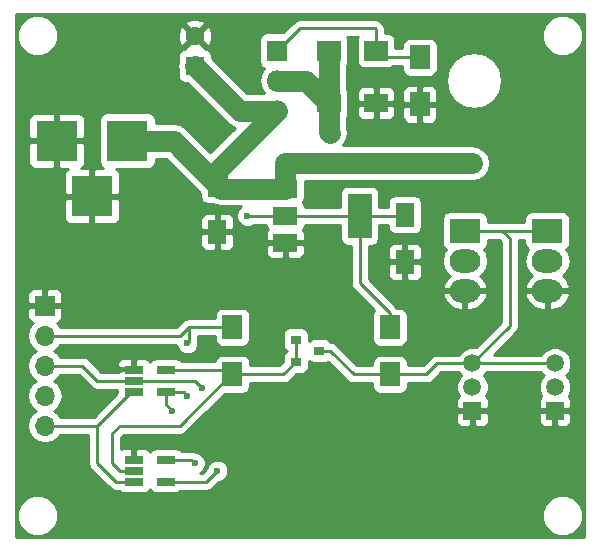
<source format=gbr>
G04 #@! TF.FileFunction,Copper,L2,Bot,Signal*
%FSLAX46Y46*%
G04 Gerber Fmt 4.6, Leading zero omitted, Abs format (unit mm)*
G04 Created by KiCad (PCBNEW 4.0.7) date Monday, March 05, 2018 'PMt' 09:34:27 PM*
%MOMM*%
%LPD*%
G01*
G04 APERTURE LIST*
%ADD10C,0.100000*%
%ADD11R,1.600000X2.000000*%
%ADD12R,1.600000X1.600000*%
%ADD13C,1.600000*%
%ADD14R,2.000000X1.600000*%
%ADD15R,3.500000X3.500000*%
%ADD16R,2.000000X1.700000*%
%ADD17R,1.700000X2.000000*%
%ADD18R,1.800000X1.800000*%
%ADD19O,1.800000X1.800000*%
%ADD20R,1.500000X1.500000*%
%ADD21C,1.500000*%
%ADD22R,2.600000X2.000000*%
%ADD23O,2.600000X2.000000*%
%ADD24R,2.000000X3.800000*%
%ADD25R,2.000000X1.500000*%
%ADD26R,1.700000X1.700000*%
%ADD27O,1.700000X1.700000*%
%ADD28R,1.560000X0.650000*%
%ADD29R,0.900000X0.800000*%
%ADD30C,0.600000*%
%ADD31C,0.250000*%
%ADD32C,1.750000*%
%ADD33C,0.254000*%
G04 APERTURE END LIST*
D10*
D11*
X68580000Y-29115000D03*
X68580000Y-33115000D03*
D12*
X66675000Y-19050000D03*
D13*
X66675000Y-16550000D03*
D11*
X84455000Y-31655000D03*
X84455000Y-35655000D03*
D14*
X78010000Y-22225000D03*
X82010000Y-22225000D03*
D15*
X60960000Y-25400000D03*
X54960000Y-25400000D03*
X57960000Y-30100000D03*
D16*
X78010000Y-17780000D03*
X82010000Y-17780000D03*
D17*
X85725000Y-18320000D03*
X85725000Y-22320000D03*
X83185000Y-41180000D03*
X83185000Y-45180000D03*
X69850000Y-41180000D03*
X69850000Y-45180000D03*
D18*
X73660000Y-17780000D03*
D19*
X73660000Y-20320000D03*
X73660000Y-22860000D03*
D20*
X97155000Y-48260000D03*
D21*
X97155000Y-46260000D03*
X97155000Y-44260000D03*
D22*
X96520000Y-33020000D03*
D23*
X96520000Y-35560000D03*
X96520000Y-38100000D03*
D24*
X80620000Y-31750000D03*
D25*
X74320000Y-31750000D03*
X74320000Y-29450000D03*
X74320000Y-34050000D03*
D26*
X53975000Y-39370000D03*
D27*
X53975000Y-41910000D03*
X53975000Y-44450000D03*
X53975000Y-46990000D03*
X53975000Y-49530000D03*
D20*
X90170000Y-48260000D03*
D21*
X90170000Y-46260000D03*
X90170000Y-44260000D03*
D22*
X89535000Y-33020000D03*
D23*
X89535000Y-35560000D03*
X89535000Y-38100000D03*
D28*
X61515000Y-54290000D03*
X61515000Y-53340000D03*
X61515000Y-52390000D03*
X64215000Y-52390000D03*
X64215000Y-54290000D03*
X61515000Y-46670000D03*
X61515000Y-45720000D03*
X61515000Y-44770000D03*
X64215000Y-44770000D03*
X64215000Y-46670000D03*
D29*
X75200000Y-44130000D03*
X75200000Y-42230000D03*
X77200000Y-43180000D03*
D30*
X56515000Y-45720000D03*
X56515000Y-48260000D03*
X60960000Y-50800000D03*
X57785000Y-43180000D03*
X71120000Y-31750000D03*
X78105000Y-24765000D03*
X66675000Y-52705000D03*
X67310000Y-46355000D03*
X90170000Y-27305000D03*
X66040000Y-42545000D03*
X66040000Y-46990000D03*
X64770000Y-48260000D03*
X68580000Y-53340000D03*
D31*
X61515000Y-52390000D02*
X61515000Y-51355000D01*
X56515000Y-48260000D02*
X56515000Y-45720000D01*
X61515000Y-51355000D02*
X60960000Y-50800000D01*
X61515000Y-44770000D02*
X59375000Y-44770000D01*
X59375000Y-44770000D02*
X57785000Y-43180000D01*
X83185000Y-41180000D02*
X83185000Y-40005000D01*
X80620000Y-37440000D02*
X80620000Y-31750000D01*
X83185000Y-40005000D02*
X80620000Y-37440000D01*
X74320000Y-31750000D02*
X80620000Y-31750000D01*
X80620000Y-31750000D02*
X84360000Y-31750000D01*
X84360000Y-31750000D02*
X84455000Y-31655000D01*
X71120000Y-31750000D02*
X74320000Y-31750000D01*
D32*
X78010000Y-22225000D02*
X78010000Y-17780000D01*
X78010000Y-22225000D02*
X78010000Y-24670000D01*
X78010000Y-24670000D02*
X78105000Y-24765000D01*
X73660000Y-20320000D02*
X76105000Y-20320000D01*
X76105000Y-20320000D02*
X78010000Y-22225000D01*
D31*
X64215000Y-52390000D02*
X66360000Y-52390000D01*
X66360000Y-52390000D02*
X66675000Y-52705000D01*
X61515000Y-45720000D02*
X66675000Y-45720000D01*
X66675000Y-45720000D02*
X67310000Y-46355000D01*
X61515000Y-45720000D02*
X58420000Y-45720000D01*
X57150000Y-44450000D02*
X53975000Y-44450000D01*
X58420000Y-45720000D02*
X57150000Y-44450000D01*
X53975000Y-49530000D02*
X58420000Y-49530000D01*
X58420000Y-49530000D02*
X58420000Y-52705000D01*
X60005000Y-54290000D02*
X61515000Y-54290000D01*
X58420000Y-52705000D02*
X60005000Y-54290000D01*
X58420000Y-49530000D02*
X61280000Y-46670000D01*
X61280000Y-46670000D02*
X61515000Y-46670000D01*
X90170000Y-44260000D02*
X97155000Y-44260000D01*
X89535000Y-33020000D02*
X92710000Y-33020000D01*
X93345000Y-41085000D02*
X90170000Y-44260000D01*
X93345000Y-33655000D02*
X93345000Y-41085000D01*
X92710000Y-33020000D02*
X93345000Y-33655000D01*
X89535000Y-33020000D02*
X96520000Y-33020000D01*
X90170000Y-44260000D02*
X87185000Y-44260000D01*
X87185000Y-44260000D02*
X86265000Y-45180000D01*
X86265000Y-45180000D02*
X83185000Y-45180000D01*
X77200000Y-43180000D02*
X78105000Y-43180000D01*
X80105000Y-45180000D02*
X83185000Y-45180000D01*
X78105000Y-43180000D02*
X80105000Y-45180000D01*
D32*
X74320000Y-27330000D02*
X74320000Y-29450000D01*
X74295000Y-27305000D02*
X74320000Y-27330000D01*
X90170000Y-27305000D02*
X74295000Y-27305000D01*
X73660000Y-22860000D02*
X70485000Y-22860000D01*
X70485000Y-22860000D02*
X66675000Y-19050000D01*
X68580000Y-29115000D02*
X68580000Y-27940000D01*
X68580000Y-27940000D02*
X73660000Y-22860000D01*
X60960000Y-25400000D02*
X64865000Y-25400000D01*
X64865000Y-25400000D02*
X68580000Y-29115000D01*
X74320000Y-29450000D02*
X68915000Y-29450000D01*
X68915000Y-29450000D02*
X68580000Y-29115000D01*
D31*
X64215000Y-46670000D02*
X65720000Y-46670000D01*
X66135000Y-42450000D02*
X66135000Y-41180000D01*
X66040000Y-42545000D02*
X66135000Y-42450000D01*
X65720000Y-46670000D02*
X66040000Y-46990000D01*
X64215000Y-47705000D02*
X64215000Y-46670000D01*
X64770000Y-48260000D02*
X64215000Y-47705000D01*
X64215000Y-54290000D02*
X67630000Y-54290000D01*
X67630000Y-54290000D02*
X68580000Y-53340000D01*
X53975000Y-41910000D02*
X65405000Y-41910000D01*
X65405000Y-41910000D02*
X66135000Y-41180000D01*
X66135000Y-41180000D02*
X69850000Y-41180000D01*
X82010000Y-17780000D02*
X82010000Y-15970000D01*
X75565000Y-15875000D02*
X73660000Y-17780000D01*
X81915000Y-15875000D02*
X75565000Y-15875000D01*
X82010000Y-15970000D02*
X81915000Y-15875000D01*
X85725000Y-18320000D02*
X82550000Y-18320000D01*
X82550000Y-18320000D02*
X82010000Y-17780000D01*
X75200000Y-42230000D02*
X75200000Y-44130000D01*
X75200000Y-44130000D02*
X74150000Y-45180000D01*
X74150000Y-45180000D02*
X69850000Y-45180000D01*
X64215000Y-44770000D02*
X69440000Y-44770000D01*
X69440000Y-44770000D02*
X69850000Y-45180000D01*
X61515000Y-53340000D02*
X60325000Y-53340000D01*
X65405000Y-49530000D02*
X69755000Y-45180000D01*
X60325000Y-49530000D02*
X65405000Y-49530000D01*
X59690000Y-50165000D02*
X60325000Y-49530000D01*
X59690000Y-52705000D02*
X59690000Y-50165000D01*
X60325000Y-53340000D02*
X59690000Y-52705000D01*
X69755000Y-45180000D02*
X69850000Y-45180000D01*
D33*
G36*
X99620000Y-58980000D02*
X51510000Y-58980000D01*
X51510000Y-57493599D01*
X51604699Y-57493599D01*
X51868281Y-58131515D01*
X52355918Y-58620004D01*
X52993373Y-58884699D01*
X53683599Y-58885301D01*
X54321515Y-58621719D01*
X54810004Y-58134082D01*
X55074699Y-57496627D01*
X55074701Y-57493599D01*
X96054699Y-57493599D01*
X96318281Y-58131515D01*
X96805918Y-58620004D01*
X97443373Y-58884699D01*
X98133599Y-58885301D01*
X98771515Y-58621719D01*
X99260004Y-58134082D01*
X99524699Y-57496627D01*
X99525301Y-56806401D01*
X99261719Y-56168485D01*
X98774082Y-55679996D01*
X98136627Y-55415301D01*
X97446401Y-55414699D01*
X96808485Y-55678281D01*
X96319996Y-56165918D01*
X96055301Y-56803373D01*
X96054699Y-57493599D01*
X55074701Y-57493599D01*
X55075301Y-56806401D01*
X54811719Y-56168485D01*
X54324082Y-55679996D01*
X53686627Y-55415301D01*
X52996401Y-55414699D01*
X52358485Y-55678281D01*
X51869996Y-56165918D01*
X51605301Y-56803373D01*
X51604699Y-57493599D01*
X51510000Y-57493599D01*
X51510000Y-41910000D01*
X52460907Y-41910000D01*
X52573946Y-42478285D01*
X52895853Y-42960054D01*
X53225026Y-43180000D01*
X52895853Y-43399946D01*
X52573946Y-43881715D01*
X52460907Y-44450000D01*
X52573946Y-45018285D01*
X52895853Y-45500054D01*
X53225026Y-45720000D01*
X52895853Y-45939946D01*
X52573946Y-46421715D01*
X52460907Y-46990000D01*
X52573946Y-47558285D01*
X52895853Y-48040054D01*
X53225026Y-48260000D01*
X52895853Y-48479946D01*
X52573946Y-48961715D01*
X52460907Y-49530000D01*
X52573946Y-50098285D01*
X52895853Y-50580054D01*
X53377622Y-50901961D01*
X53945907Y-51015000D01*
X54004093Y-51015000D01*
X54572378Y-50901961D01*
X55054147Y-50580054D01*
X55247954Y-50290000D01*
X57660000Y-50290000D01*
X57660000Y-52705000D01*
X57717852Y-52995839D01*
X57882599Y-53242401D01*
X59467598Y-54827401D01*
X59632345Y-54937480D01*
X59714161Y-54992148D01*
X60005000Y-55050000D01*
X60260331Y-55050000D01*
X60270910Y-55066441D01*
X60483110Y-55211431D01*
X60735000Y-55262440D01*
X62295000Y-55262440D01*
X62530317Y-55218162D01*
X62746441Y-55079090D01*
X62866233Y-54903768D01*
X62970910Y-55066441D01*
X63183110Y-55211431D01*
X63435000Y-55262440D01*
X64995000Y-55262440D01*
X65230317Y-55218162D01*
X65446441Y-55079090D01*
X65466317Y-55050000D01*
X67630000Y-55050000D01*
X67920839Y-54992148D01*
X68167401Y-54827401D01*
X68719680Y-54275122D01*
X68765167Y-54275162D01*
X69108943Y-54133117D01*
X69372192Y-53870327D01*
X69514838Y-53526799D01*
X69515162Y-53154833D01*
X69373117Y-52811057D01*
X69110327Y-52547808D01*
X68766799Y-52405162D01*
X68394833Y-52404838D01*
X68051057Y-52546883D01*
X67787808Y-52809673D01*
X67645162Y-53153201D01*
X67645121Y-53200077D01*
X67315198Y-53530000D01*
X67126780Y-53530000D01*
X67203943Y-53498117D01*
X67467192Y-53235327D01*
X67609838Y-52891799D01*
X67610162Y-52519833D01*
X67468117Y-52176057D01*
X67205327Y-51912808D01*
X66861799Y-51770162D01*
X66773910Y-51770085D01*
X66650839Y-51687852D01*
X66360000Y-51630000D01*
X65469669Y-51630000D01*
X65459090Y-51613559D01*
X65246890Y-51468569D01*
X64995000Y-51417560D01*
X63435000Y-51417560D01*
X63199683Y-51461838D01*
X62983559Y-51600910D01*
X62863107Y-51777197D01*
X62833327Y-51705301D01*
X62654698Y-51526673D01*
X62421309Y-51430000D01*
X61800750Y-51430000D01*
X61642000Y-51588750D01*
X61642000Y-52263000D01*
X61662000Y-52263000D01*
X61662000Y-52367560D01*
X61368000Y-52367560D01*
X61368000Y-52263000D01*
X61388000Y-52263000D01*
X61388000Y-51588750D01*
X61229250Y-51430000D01*
X60608691Y-51430000D01*
X60450000Y-51495732D01*
X60450000Y-50479802D01*
X60639802Y-50290000D01*
X65405000Y-50290000D01*
X65695839Y-50232148D01*
X65942401Y-50067401D01*
X67464052Y-48545750D01*
X88785000Y-48545750D01*
X88785000Y-49136309D01*
X88881673Y-49369698D01*
X89060301Y-49548327D01*
X89293690Y-49645000D01*
X89884250Y-49645000D01*
X90043000Y-49486250D01*
X90043000Y-48387000D01*
X90297000Y-48387000D01*
X90297000Y-49486250D01*
X90455750Y-49645000D01*
X91046310Y-49645000D01*
X91279699Y-49548327D01*
X91458327Y-49369698D01*
X91555000Y-49136309D01*
X91555000Y-48545750D01*
X95770000Y-48545750D01*
X95770000Y-49136309D01*
X95866673Y-49369698D01*
X96045301Y-49548327D01*
X96278690Y-49645000D01*
X96869250Y-49645000D01*
X97028000Y-49486250D01*
X97028000Y-48387000D01*
X97282000Y-48387000D01*
X97282000Y-49486250D01*
X97440750Y-49645000D01*
X98031310Y-49645000D01*
X98264699Y-49548327D01*
X98443327Y-49369698D01*
X98540000Y-49136309D01*
X98540000Y-48545750D01*
X98381250Y-48387000D01*
X97282000Y-48387000D01*
X97028000Y-48387000D01*
X95928750Y-48387000D01*
X95770000Y-48545750D01*
X91555000Y-48545750D01*
X91396250Y-48387000D01*
X90297000Y-48387000D01*
X90043000Y-48387000D01*
X88943750Y-48387000D01*
X88785000Y-48545750D01*
X67464052Y-48545750D01*
X69182362Y-46827440D01*
X70700000Y-46827440D01*
X70935317Y-46783162D01*
X71151441Y-46644090D01*
X71296431Y-46431890D01*
X71347440Y-46180000D01*
X71347440Y-45940000D01*
X74150000Y-45940000D01*
X74440839Y-45882148D01*
X74687401Y-45717401D01*
X75227362Y-45177440D01*
X75650000Y-45177440D01*
X75885317Y-45133162D01*
X76101441Y-44994090D01*
X76246431Y-44781890D01*
X76297440Y-44530000D01*
X76297440Y-44039319D01*
X76498110Y-44176431D01*
X76750000Y-44227440D01*
X77650000Y-44227440D01*
X77885317Y-44183162D01*
X77975396Y-44125198D01*
X79567599Y-45717401D01*
X79814161Y-45882148D01*
X80105000Y-45940000D01*
X81687560Y-45940000D01*
X81687560Y-46180000D01*
X81731838Y-46415317D01*
X81870910Y-46631441D01*
X82083110Y-46776431D01*
X82335000Y-46827440D01*
X84035000Y-46827440D01*
X84270317Y-46783162D01*
X84486441Y-46644090D01*
X84631431Y-46431890D01*
X84682440Y-46180000D01*
X84682440Y-45940000D01*
X86265000Y-45940000D01*
X86555839Y-45882148D01*
X86802401Y-45717401D01*
X87499802Y-45020000D01*
X88985453Y-45020000D01*
X88995169Y-45043515D01*
X89211313Y-45260036D01*
X88996539Y-45474436D01*
X88785241Y-45983298D01*
X88784760Y-46534285D01*
X88993207Y-47038767D01*
X88881673Y-47150302D01*
X88785000Y-47383691D01*
X88785000Y-47974250D01*
X88943750Y-48133000D01*
X90043000Y-48133000D01*
X90043000Y-48113000D01*
X90297000Y-48113000D01*
X90297000Y-48133000D01*
X91396250Y-48133000D01*
X91555000Y-47974250D01*
X91555000Y-47383691D01*
X91458327Y-47150302D01*
X91346433Y-47038407D01*
X91554759Y-46536702D01*
X91555240Y-45985715D01*
X91344831Y-45476485D01*
X91128687Y-45259964D01*
X91343461Y-45045564D01*
X91354076Y-45020000D01*
X95970453Y-45020000D01*
X95980169Y-45043515D01*
X96196313Y-45260036D01*
X95981539Y-45474436D01*
X95770241Y-45983298D01*
X95769760Y-46534285D01*
X95978207Y-47038767D01*
X95866673Y-47150302D01*
X95770000Y-47383691D01*
X95770000Y-47974250D01*
X95928750Y-48133000D01*
X97028000Y-48133000D01*
X97028000Y-48113000D01*
X97282000Y-48113000D01*
X97282000Y-48133000D01*
X98381250Y-48133000D01*
X98540000Y-47974250D01*
X98540000Y-47383691D01*
X98443327Y-47150302D01*
X98331433Y-47038407D01*
X98539759Y-46536702D01*
X98540240Y-45985715D01*
X98329831Y-45476485D01*
X98113687Y-45259964D01*
X98328461Y-45045564D01*
X98539759Y-44536702D01*
X98540240Y-43985715D01*
X98329831Y-43476485D01*
X97940564Y-43086539D01*
X97431702Y-42875241D01*
X96880715Y-42874760D01*
X96371485Y-43085169D01*
X95981539Y-43474436D01*
X95970924Y-43500000D01*
X92004802Y-43500000D01*
X93882401Y-41622401D01*
X94047148Y-41375839D01*
X94105000Y-41085000D01*
X94105000Y-38480434D01*
X94629876Y-38480434D01*
X94660856Y-38608355D01*
X94974078Y-39166317D01*
X95476980Y-39561942D01*
X96093000Y-39735000D01*
X96393000Y-39735000D01*
X96393000Y-38227000D01*
X96647000Y-38227000D01*
X96647000Y-39735000D01*
X96947000Y-39735000D01*
X97563020Y-39561942D01*
X98065922Y-39166317D01*
X98379144Y-38608355D01*
X98410124Y-38480434D01*
X98290777Y-38227000D01*
X96647000Y-38227000D01*
X96393000Y-38227000D01*
X94749223Y-38227000D01*
X94629876Y-38480434D01*
X94105000Y-38480434D01*
X94105000Y-33780000D01*
X94572560Y-33780000D01*
X94572560Y-34020000D01*
X94616838Y-34255317D01*
X94755910Y-34471441D01*
X94910329Y-34576951D01*
X94671548Y-34934313D01*
X94547091Y-35560000D01*
X94671548Y-36185687D01*
X95025971Y-36716120D01*
X95216188Y-36843219D01*
X94974078Y-37033683D01*
X94660856Y-37591645D01*
X94629876Y-37719566D01*
X94749223Y-37973000D01*
X96393000Y-37973000D01*
X96393000Y-37953000D01*
X96647000Y-37953000D01*
X96647000Y-37973000D01*
X98290777Y-37973000D01*
X98410124Y-37719566D01*
X98379144Y-37591645D01*
X98065922Y-37033683D01*
X97823812Y-36843219D01*
X98014029Y-36716120D01*
X98368452Y-36185687D01*
X98492909Y-35560000D01*
X98368452Y-34934313D01*
X98128907Y-34575808D01*
X98271441Y-34484090D01*
X98416431Y-34271890D01*
X98467440Y-34020000D01*
X98467440Y-32020000D01*
X98423162Y-31784683D01*
X98284090Y-31568559D01*
X98071890Y-31423569D01*
X97820000Y-31372560D01*
X95220000Y-31372560D01*
X94984683Y-31416838D01*
X94768559Y-31555910D01*
X94623569Y-31768110D01*
X94572560Y-32020000D01*
X94572560Y-32260000D01*
X91482440Y-32260000D01*
X91482440Y-32020000D01*
X91438162Y-31784683D01*
X91299090Y-31568559D01*
X91086890Y-31423569D01*
X90835000Y-31372560D01*
X88235000Y-31372560D01*
X87999683Y-31416838D01*
X87783559Y-31555910D01*
X87638569Y-31768110D01*
X87587560Y-32020000D01*
X87587560Y-34020000D01*
X87631838Y-34255317D01*
X87770910Y-34471441D01*
X87925329Y-34576951D01*
X87686548Y-34934313D01*
X87562091Y-35560000D01*
X87686548Y-36185687D01*
X88040971Y-36716120D01*
X88231188Y-36843219D01*
X87989078Y-37033683D01*
X87675856Y-37591645D01*
X87644876Y-37719566D01*
X87764223Y-37973000D01*
X89408000Y-37973000D01*
X89408000Y-37953000D01*
X89662000Y-37953000D01*
X89662000Y-37973000D01*
X91305777Y-37973000D01*
X91425124Y-37719566D01*
X91394144Y-37591645D01*
X91080922Y-37033683D01*
X90838812Y-36843219D01*
X91029029Y-36716120D01*
X91383452Y-36185687D01*
X91507909Y-35560000D01*
X91383452Y-34934313D01*
X91143907Y-34575808D01*
X91286441Y-34484090D01*
X91431431Y-34271890D01*
X91482440Y-34020000D01*
X91482440Y-33780000D01*
X92395198Y-33780000D01*
X92585000Y-33969802D01*
X92585000Y-40770198D01*
X90470200Y-42884998D01*
X90446702Y-42875241D01*
X89895715Y-42874760D01*
X89386485Y-43085169D01*
X88996539Y-43474436D01*
X88985924Y-43500000D01*
X87185000Y-43500000D01*
X86942414Y-43548254D01*
X86894160Y-43557852D01*
X86647599Y-43722599D01*
X85950198Y-44420000D01*
X84682440Y-44420000D01*
X84682440Y-44180000D01*
X84638162Y-43944683D01*
X84499090Y-43728559D01*
X84286890Y-43583569D01*
X84035000Y-43532560D01*
X82335000Y-43532560D01*
X82099683Y-43576838D01*
X81883559Y-43715910D01*
X81738569Y-43928110D01*
X81687560Y-44180000D01*
X81687560Y-44420000D01*
X80419802Y-44420000D01*
X78642401Y-42642599D01*
X78395839Y-42477852D01*
X78182902Y-42435496D01*
X78114090Y-42328559D01*
X77901890Y-42183569D01*
X77650000Y-42132560D01*
X76750000Y-42132560D01*
X76514683Y-42176838D01*
X76298559Y-42315910D01*
X76297440Y-42317548D01*
X76297440Y-41830000D01*
X76253162Y-41594683D01*
X76114090Y-41378559D01*
X75901890Y-41233569D01*
X75650000Y-41182560D01*
X74750000Y-41182560D01*
X74514683Y-41226838D01*
X74298559Y-41365910D01*
X74153569Y-41578110D01*
X74102560Y-41830000D01*
X74102560Y-42630000D01*
X74146838Y-42865317D01*
X74285910Y-43081441D01*
X74431083Y-43180633D01*
X74298559Y-43265910D01*
X74153569Y-43478110D01*
X74102560Y-43730000D01*
X74102560Y-44152638D01*
X73835198Y-44420000D01*
X71347440Y-44420000D01*
X71347440Y-44180000D01*
X71303162Y-43944683D01*
X71164090Y-43728559D01*
X70951890Y-43583569D01*
X70700000Y-43532560D01*
X69000000Y-43532560D01*
X68764683Y-43576838D01*
X68548559Y-43715910D01*
X68403569Y-43928110D01*
X68386986Y-44010000D01*
X65469669Y-44010000D01*
X65459090Y-43993559D01*
X65246890Y-43848569D01*
X64995000Y-43797560D01*
X63435000Y-43797560D01*
X63199683Y-43841838D01*
X62983559Y-43980910D01*
X62863107Y-44157197D01*
X62833327Y-44085301D01*
X62654698Y-43906673D01*
X62421309Y-43810000D01*
X61800750Y-43810000D01*
X61642000Y-43968750D01*
X61642000Y-44643000D01*
X61662000Y-44643000D01*
X61662000Y-44747560D01*
X60735000Y-44747560D01*
X60499683Y-44791838D01*
X60336257Y-44897000D01*
X60258750Y-44897000D01*
X60195750Y-44960000D01*
X58734802Y-44960000D01*
X58093492Y-44318690D01*
X60100000Y-44318690D01*
X60100000Y-44484250D01*
X60258750Y-44643000D01*
X61388000Y-44643000D01*
X61388000Y-43968750D01*
X61229250Y-43810000D01*
X60608691Y-43810000D01*
X60375302Y-43906673D01*
X60196673Y-44085301D01*
X60100000Y-44318690D01*
X58093492Y-44318690D01*
X57687401Y-43912599D01*
X57440839Y-43747852D01*
X57150000Y-43690000D01*
X55247954Y-43690000D01*
X55054147Y-43399946D01*
X54724974Y-43180000D01*
X55054147Y-42960054D01*
X55247954Y-42670000D01*
X65104890Y-42670000D01*
X65104838Y-42730167D01*
X65246883Y-43073943D01*
X65509673Y-43337192D01*
X65853201Y-43479838D01*
X66225167Y-43480162D01*
X66568943Y-43338117D01*
X66832192Y-43075327D01*
X66974838Y-42731799D01*
X66975162Y-42359833D01*
X66895000Y-42165826D01*
X66895000Y-41940000D01*
X68352560Y-41940000D01*
X68352560Y-42180000D01*
X68396838Y-42415317D01*
X68535910Y-42631441D01*
X68748110Y-42776431D01*
X69000000Y-42827440D01*
X70700000Y-42827440D01*
X70935317Y-42783162D01*
X71151441Y-42644090D01*
X71296431Y-42431890D01*
X71347440Y-42180000D01*
X71347440Y-40180000D01*
X71303162Y-39944683D01*
X71164090Y-39728559D01*
X70951890Y-39583569D01*
X70700000Y-39532560D01*
X69000000Y-39532560D01*
X68764683Y-39576838D01*
X68548559Y-39715910D01*
X68403569Y-39928110D01*
X68352560Y-40180000D01*
X68352560Y-40420000D01*
X66135000Y-40420000D01*
X65844161Y-40477852D01*
X65597599Y-40642599D01*
X65090198Y-41150000D01*
X55247954Y-41150000D01*
X55054147Y-40859946D01*
X55010223Y-40830597D01*
X55184698Y-40758327D01*
X55363327Y-40579699D01*
X55460000Y-40346310D01*
X55460000Y-39655750D01*
X55301250Y-39497000D01*
X54102000Y-39497000D01*
X54102000Y-39517000D01*
X53848000Y-39517000D01*
X53848000Y-39497000D01*
X52648750Y-39497000D01*
X52490000Y-39655750D01*
X52490000Y-40346310D01*
X52586673Y-40579699D01*
X52765302Y-40758327D01*
X52939777Y-40830597D01*
X52895853Y-40859946D01*
X52573946Y-41341715D01*
X52460907Y-41910000D01*
X51510000Y-41910000D01*
X51510000Y-38393690D01*
X52490000Y-38393690D01*
X52490000Y-39084250D01*
X52648750Y-39243000D01*
X53848000Y-39243000D01*
X53848000Y-38043750D01*
X54102000Y-38043750D01*
X54102000Y-39243000D01*
X55301250Y-39243000D01*
X55460000Y-39084250D01*
X55460000Y-38393690D01*
X55363327Y-38160301D01*
X55184698Y-37981673D01*
X54951309Y-37885000D01*
X54260750Y-37885000D01*
X54102000Y-38043750D01*
X53848000Y-38043750D01*
X53689250Y-37885000D01*
X52998691Y-37885000D01*
X52765302Y-37981673D01*
X52586673Y-38160301D01*
X52490000Y-38393690D01*
X51510000Y-38393690D01*
X51510000Y-33400750D01*
X67145000Y-33400750D01*
X67145000Y-34241309D01*
X67241673Y-34474698D01*
X67420301Y-34653327D01*
X67653690Y-34750000D01*
X68294250Y-34750000D01*
X68453000Y-34591250D01*
X68453000Y-33242000D01*
X68707000Y-33242000D01*
X68707000Y-34591250D01*
X68865750Y-34750000D01*
X69506310Y-34750000D01*
X69739699Y-34653327D01*
X69918327Y-34474698D01*
X69975881Y-34335750D01*
X72685000Y-34335750D01*
X72685000Y-34926310D01*
X72781673Y-35159699D01*
X72960302Y-35338327D01*
X73193691Y-35435000D01*
X74034250Y-35435000D01*
X74193000Y-35276250D01*
X74193000Y-34177000D01*
X74447000Y-34177000D01*
X74447000Y-35276250D01*
X74605750Y-35435000D01*
X75446309Y-35435000D01*
X75679698Y-35338327D01*
X75858327Y-35159699D01*
X75955000Y-34926310D01*
X75955000Y-34335750D01*
X75796250Y-34177000D01*
X74447000Y-34177000D01*
X74193000Y-34177000D01*
X72843750Y-34177000D01*
X72685000Y-34335750D01*
X69975881Y-34335750D01*
X70015000Y-34241309D01*
X70015000Y-33400750D01*
X69856250Y-33242000D01*
X68707000Y-33242000D01*
X68453000Y-33242000D01*
X67303750Y-33242000D01*
X67145000Y-33400750D01*
X51510000Y-33400750D01*
X51510000Y-30385750D01*
X55575000Y-30385750D01*
X55575000Y-31976310D01*
X55671673Y-32209699D01*
X55850302Y-32388327D01*
X56083691Y-32485000D01*
X57674250Y-32485000D01*
X57833000Y-32326250D01*
X57833000Y-30227000D01*
X58087000Y-30227000D01*
X58087000Y-32326250D01*
X58245750Y-32485000D01*
X59836309Y-32485000D01*
X60069698Y-32388327D01*
X60248327Y-32209699D01*
X60339871Y-31988691D01*
X67145000Y-31988691D01*
X67145000Y-32829250D01*
X67303750Y-32988000D01*
X68453000Y-32988000D01*
X68453000Y-31638750D01*
X68707000Y-31638750D01*
X68707000Y-32988000D01*
X69856250Y-32988000D01*
X70015000Y-32829250D01*
X70015000Y-31988691D01*
X69918327Y-31755302D01*
X69739699Y-31576673D01*
X69506310Y-31480000D01*
X68865750Y-31480000D01*
X68707000Y-31638750D01*
X68453000Y-31638750D01*
X68294250Y-31480000D01*
X67653690Y-31480000D01*
X67420301Y-31576673D01*
X67241673Y-31755302D01*
X67145000Y-31988691D01*
X60339871Y-31988691D01*
X60345000Y-31976310D01*
X60345000Y-30385750D01*
X60186250Y-30227000D01*
X58087000Y-30227000D01*
X57833000Y-30227000D01*
X55733750Y-30227000D01*
X55575000Y-30385750D01*
X51510000Y-30385750D01*
X51510000Y-25685750D01*
X52575000Y-25685750D01*
X52575000Y-27276310D01*
X52671673Y-27509699D01*
X52850302Y-27688327D01*
X53083691Y-27785000D01*
X54674250Y-27785000D01*
X54833000Y-27626250D01*
X54833000Y-25527000D01*
X55087000Y-25527000D01*
X55087000Y-27626250D01*
X55245750Y-27785000D01*
X55914696Y-27785000D01*
X55850302Y-27811673D01*
X55671673Y-27990301D01*
X55575000Y-28223690D01*
X55575000Y-29814250D01*
X55733750Y-29973000D01*
X57833000Y-29973000D01*
X57833000Y-27873750D01*
X58087000Y-27873750D01*
X58087000Y-29973000D01*
X60186250Y-29973000D01*
X60345000Y-29814250D01*
X60345000Y-28223690D01*
X60248327Y-27990301D01*
X60069698Y-27811673D01*
X60035337Y-27797440D01*
X62710000Y-27797440D01*
X62945317Y-27753162D01*
X63161441Y-27614090D01*
X63306431Y-27401890D01*
X63357440Y-27150000D01*
X63357440Y-26910000D01*
X64239538Y-26910000D01*
X67132560Y-29803023D01*
X67132560Y-30115000D01*
X67176838Y-30350317D01*
X67315910Y-30566441D01*
X67528110Y-30711431D01*
X67780000Y-30762440D01*
X68213501Y-30762440D01*
X68337148Y-30845058D01*
X68915000Y-30960000D01*
X70587935Y-30960000D01*
X70327808Y-31219673D01*
X70185162Y-31563201D01*
X70184838Y-31935167D01*
X70326883Y-32278943D01*
X70589673Y-32542192D01*
X70933201Y-32684838D01*
X71305167Y-32685162D01*
X71648943Y-32543117D01*
X71682118Y-32510000D01*
X72674442Y-32510000D01*
X72716838Y-32735317D01*
X72822482Y-32899492D01*
X72781673Y-32940301D01*
X72685000Y-33173690D01*
X72685000Y-33764250D01*
X72843750Y-33923000D01*
X74193000Y-33923000D01*
X74193000Y-33903000D01*
X74447000Y-33903000D01*
X74447000Y-33923000D01*
X75796250Y-33923000D01*
X75955000Y-33764250D01*
X75955000Y-33173690D01*
X75858327Y-32940301D01*
X75816366Y-32898340D01*
X75916431Y-32751890D01*
X75965415Y-32510000D01*
X78972560Y-32510000D01*
X78972560Y-33650000D01*
X79016838Y-33885317D01*
X79155910Y-34101441D01*
X79368110Y-34246431D01*
X79620000Y-34297440D01*
X79860000Y-34297440D01*
X79860000Y-37440000D01*
X79917852Y-37730839D01*
X80082599Y-37977401D01*
X81858209Y-39753011D01*
X81738569Y-39928110D01*
X81687560Y-40180000D01*
X81687560Y-42180000D01*
X81731838Y-42415317D01*
X81870910Y-42631441D01*
X82083110Y-42776431D01*
X82335000Y-42827440D01*
X84035000Y-42827440D01*
X84270317Y-42783162D01*
X84486441Y-42644090D01*
X84631431Y-42431890D01*
X84682440Y-42180000D01*
X84682440Y-40180000D01*
X84638162Y-39944683D01*
X84499090Y-39728559D01*
X84286890Y-39583569D01*
X84035000Y-39532560D01*
X83765806Y-39532560D01*
X83722401Y-39467599D01*
X82735236Y-38480434D01*
X87644876Y-38480434D01*
X87675856Y-38608355D01*
X87989078Y-39166317D01*
X88491980Y-39561942D01*
X89108000Y-39735000D01*
X89408000Y-39735000D01*
X89408000Y-38227000D01*
X89662000Y-38227000D01*
X89662000Y-39735000D01*
X89962000Y-39735000D01*
X90578020Y-39561942D01*
X91080922Y-39166317D01*
X91394144Y-38608355D01*
X91425124Y-38480434D01*
X91305777Y-38227000D01*
X89662000Y-38227000D01*
X89408000Y-38227000D01*
X87764223Y-38227000D01*
X87644876Y-38480434D01*
X82735236Y-38480434D01*
X81380000Y-37125198D01*
X81380000Y-35940750D01*
X83020000Y-35940750D01*
X83020000Y-36781309D01*
X83116673Y-37014698D01*
X83295301Y-37193327D01*
X83528690Y-37290000D01*
X84169250Y-37290000D01*
X84328000Y-37131250D01*
X84328000Y-35782000D01*
X84582000Y-35782000D01*
X84582000Y-37131250D01*
X84740750Y-37290000D01*
X85381310Y-37290000D01*
X85614699Y-37193327D01*
X85793327Y-37014698D01*
X85890000Y-36781309D01*
X85890000Y-35940750D01*
X85731250Y-35782000D01*
X84582000Y-35782000D01*
X84328000Y-35782000D01*
X83178750Y-35782000D01*
X83020000Y-35940750D01*
X81380000Y-35940750D01*
X81380000Y-34528691D01*
X83020000Y-34528691D01*
X83020000Y-35369250D01*
X83178750Y-35528000D01*
X84328000Y-35528000D01*
X84328000Y-34178750D01*
X84582000Y-34178750D01*
X84582000Y-35528000D01*
X85731250Y-35528000D01*
X85890000Y-35369250D01*
X85890000Y-34528691D01*
X85793327Y-34295302D01*
X85614699Y-34116673D01*
X85381310Y-34020000D01*
X84740750Y-34020000D01*
X84582000Y-34178750D01*
X84328000Y-34178750D01*
X84169250Y-34020000D01*
X83528690Y-34020000D01*
X83295301Y-34116673D01*
X83116673Y-34295302D01*
X83020000Y-34528691D01*
X81380000Y-34528691D01*
X81380000Y-34297440D01*
X81620000Y-34297440D01*
X81855317Y-34253162D01*
X82071441Y-34114090D01*
X82216431Y-33901890D01*
X82267440Y-33650000D01*
X82267440Y-32510000D01*
X83007560Y-32510000D01*
X83007560Y-32655000D01*
X83051838Y-32890317D01*
X83190910Y-33106441D01*
X83403110Y-33251431D01*
X83655000Y-33302440D01*
X85255000Y-33302440D01*
X85490317Y-33258162D01*
X85706441Y-33119090D01*
X85851431Y-32906890D01*
X85902440Y-32655000D01*
X85902440Y-30655000D01*
X85858162Y-30419683D01*
X85719090Y-30203559D01*
X85506890Y-30058569D01*
X85255000Y-30007560D01*
X83655000Y-30007560D01*
X83419683Y-30051838D01*
X83203559Y-30190910D01*
X83058569Y-30403110D01*
X83007560Y-30655000D01*
X83007560Y-30990000D01*
X82267440Y-30990000D01*
X82267440Y-29850000D01*
X82223162Y-29614683D01*
X82084090Y-29398559D01*
X81871890Y-29253569D01*
X81620000Y-29202560D01*
X79620000Y-29202560D01*
X79384683Y-29246838D01*
X79168559Y-29385910D01*
X79023569Y-29598110D01*
X78972560Y-29850000D01*
X78972560Y-30990000D01*
X75965558Y-30990000D01*
X75923162Y-30764683D01*
X75816241Y-30598523D01*
X75916431Y-30451890D01*
X75967440Y-30200000D01*
X75967440Y-28815000D01*
X90170000Y-28815000D01*
X90747852Y-28700058D01*
X91237731Y-28372731D01*
X91565058Y-27882852D01*
X91680000Y-27305000D01*
X91565058Y-26727148D01*
X91237731Y-26237269D01*
X90747852Y-25909942D01*
X90170000Y-25795000D01*
X79197942Y-25795000D01*
X79500058Y-25342852D01*
X79614999Y-24765000D01*
X79520000Y-24287404D01*
X79520000Y-23403386D01*
X79606431Y-23276890D01*
X79657440Y-23025000D01*
X79657440Y-22510750D01*
X80375000Y-22510750D01*
X80375000Y-23151310D01*
X80471673Y-23384699D01*
X80650302Y-23563327D01*
X80883691Y-23660000D01*
X81724250Y-23660000D01*
X81883000Y-23501250D01*
X81883000Y-22352000D01*
X82137000Y-22352000D01*
X82137000Y-23501250D01*
X82295750Y-23660000D01*
X83136309Y-23660000D01*
X83369698Y-23563327D01*
X83548327Y-23384699D01*
X83645000Y-23151310D01*
X83645000Y-22605750D01*
X84240000Y-22605750D01*
X84240000Y-23446309D01*
X84336673Y-23679698D01*
X84515301Y-23858327D01*
X84748690Y-23955000D01*
X85439250Y-23955000D01*
X85598000Y-23796250D01*
X85598000Y-22447000D01*
X85852000Y-22447000D01*
X85852000Y-23796250D01*
X86010750Y-23955000D01*
X86701310Y-23955000D01*
X86934699Y-23858327D01*
X87113327Y-23679698D01*
X87210000Y-23446309D01*
X87210000Y-22605750D01*
X87051250Y-22447000D01*
X85852000Y-22447000D01*
X85598000Y-22447000D01*
X84398750Y-22447000D01*
X84240000Y-22605750D01*
X83645000Y-22605750D01*
X83645000Y-22510750D01*
X83486250Y-22352000D01*
X82137000Y-22352000D01*
X81883000Y-22352000D01*
X80533750Y-22352000D01*
X80375000Y-22510750D01*
X79657440Y-22510750D01*
X79657440Y-21425000D01*
X79633674Y-21298690D01*
X80375000Y-21298690D01*
X80375000Y-21939250D01*
X80533750Y-22098000D01*
X81883000Y-22098000D01*
X81883000Y-20948750D01*
X82137000Y-20948750D01*
X82137000Y-22098000D01*
X83486250Y-22098000D01*
X83645000Y-21939250D01*
X83645000Y-21298690D01*
X83601508Y-21193691D01*
X84240000Y-21193691D01*
X84240000Y-22034250D01*
X84398750Y-22193000D01*
X85598000Y-22193000D01*
X85598000Y-20843750D01*
X85852000Y-20843750D01*
X85852000Y-22193000D01*
X87051250Y-22193000D01*
X87210000Y-22034250D01*
X87210000Y-21193691D01*
X87113327Y-20960302D01*
X86934699Y-20781673D01*
X86701310Y-20685000D01*
X86010750Y-20685000D01*
X85852000Y-20843750D01*
X85598000Y-20843750D01*
X85439250Y-20685000D01*
X84748690Y-20685000D01*
X84515301Y-20781673D01*
X84336673Y-20960302D01*
X84240000Y-21193691D01*
X83601508Y-21193691D01*
X83548327Y-21065301D01*
X83369698Y-20886673D01*
X83136309Y-20790000D01*
X82295750Y-20790000D01*
X82137000Y-20948750D01*
X81883000Y-20948750D01*
X81724250Y-20790000D01*
X80883691Y-20790000D01*
X80650302Y-20886673D01*
X80471673Y-21065301D01*
X80375000Y-21298690D01*
X79633674Y-21298690D01*
X79613162Y-21189683D01*
X79520000Y-21044905D01*
X79520000Y-20273275D01*
X87935000Y-20273275D01*
X87935000Y-20366725D01*
X88116547Y-21279425D01*
X88633550Y-22053175D01*
X89407300Y-22570178D01*
X90320000Y-22751725D01*
X91232700Y-22570178D01*
X92006450Y-22053175D01*
X92523453Y-21279425D01*
X92705000Y-20366725D01*
X92705000Y-20273275D01*
X92523453Y-19360575D01*
X92006450Y-18586825D01*
X91232700Y-18069822D01*
X90320000Y-17888275D01*
X89407300Y-18069822D01*
X88633550Y-18586825D01*
X88116547Y-19360575D01*
X87935000Y-20273275D01*
X79520000Y-20273275D01*
X79520000Y-19008386D01*
X79606431Y-18881890D01*
X79657440Y-18630000D01*
X79657440Y-16930000D01*
X79613162Y-16694683D01*
X79574757Y-16635000D01*
X80443025Y-16635000D01*
X80413569Y-16678110D01*
X80362560Y-16930000D01*
X80362560Y-18630000D01*
X80406838Y-18865317D01*
X80545910Y-19081441D01*
X80758110Y-19226431D01*
X81010000Y-19277440D01*
X83010000Y-19277440D01*
X83245317Y-19233162D01*
X83461441Y-19094090D01*
X83471068Y-19080000D01*
X84227560Y-19080000D01*
X84227560Y-19320000D01*
X84271838Y-19555317D01*
X84410910Y-19771441D01*
X84623110Y-19916431D01*
X84875000Y-19967440D01*
X86575000Y-19967440D01*
X86810317Y-19923162D01*
X87026441Y-19784090D01*
X87171431Y-19571890D01*
X87222440Y-19320000D01*
X87222440Y-17320000D01*
X87178162Y-17084683D01*
X87039090Y-16868559D01*
X87017196Y-16853599D01*
X96054699Y-16853599D01*
X96318281Y-17491515D01*
X96805918Y-17980004D01*
X97443373Y-18244699D01*
X98133599Y-18245301D01*
X98771515Y-17981719D01*
X99260004Y-17494082D01*
X99524699Y-16856627D01*
X99525301Y-16166401D01*
X99261719Y-15528485D01*
X98774082Y-15039996D01*
X98136627Y-14775301D01*
X97446401Y-14774699D01*
X96808485Y-15038281D01*
X96319996Y-15525918D01*
X96055301Y-16163373D01*
X96054699Y-16853599D01*
X87017196Y-16853599D01*
X86826890Y-16723569D01*
X86575000Y-16672560D01*
X84875000Y-16672560D01*
X84639683Y-16716838D01*
X84423559Y-16855910D01*
X84278569Y-17068110D01*
X84227560Y-17320000D01*
X84227560Y-17560000D01*
X83657440Y-17560000D01*
X83657440Y-16930000D01*
X83613162Y-16694683D01*
X83474090Y-16478559D01*
X83261890Y-16333569D01*
X83010000Y-16282560D01*
X82770000Y-16282560D01*
X82770000Y-15970000D01*
X82712148Y-15679161D01*
X82712148Y-15679160D01*
X82547401Y-15432599D01*
X82452401Y-15337599D01*
X82205839Y-15172852D01*
X81915000Y-15115000D01*
X75565000Y-15115000D01*
X75274161Y-15172852D01*
X75027599Y-15337599D01*
X74132638Y-16232560D01*
X72760000Y-16232560D01*
X72524683Y-16276838D01*
X72308559Y-16415910D01*
X72163569Y-16628110D01*
X72112560Y-16880000D01*
X72112560Y-18680000D01*
X72156838Y-18915317D01*
X72295910Y-19131441D01*
X72508110Y-19276431D01*
X72524344Y-19279719D01*
X72241845Y-19702509D01*
X72125000Y-20289928D01*
X72125000Y-20350072D01*
X72241845Y-20937491D01*
X72517474Y-21350000D01*
X71110462Y-21350000D01*
X68122440Y-18361978D01*
X68122440Y-18250000D01*
X68078162Y-18014683D01*
X67939090Y-17798559D01*
X67726890Y-17653569D01*
X67488799Y-17605354D01*
X67503139Y-17557745D01*
X66675000Y-16729605D01*
X65846861Y-17557745D01*
X65861145Y-17605167D01*
X65639683Y-17646838D01*
X65423559Y-17785910D01*
X65278569Y-17998110D01*
X65227560Y-18250000D01*
X65227560Y-18735490D01*
X65165000Y-19050000D01*
X65227560Y-19364510D01*
X65227560Y-19850000D01*
X65271838Y-20085317D01*
X65410910Y-20301441D01*
X65623110Y-20446431D01*
X65875000Y-20497440D01*
X65986978Y-20497440D01*
X69417269Y-23927731D01*
X69907148Y-24255058D01*
X70092593Y-24291945D01*
X67992500Y-26392038D01*
X65932731Y-24332269D01*
X65442852Y-24004942D01*
X64865000Y-23890000D01*
X63357440Y-23890000D01*
X63357440Y-23650000D01*
X63313162Y-23414683D01*
X63174090Y-23198559D01*
X62961890Y-23053569D01*
X62710000Y-23002560D01*
X59210000Y-23002560D01*
X58974683Y-23046838D01*
X58758559Y-23185910D01*
X58613569Y-23398110D01*
X58562560Y-23650000D01*
X58562560Y-27150000D01*
X58606838Y-27385317D01*
X58745910Y-27601441D01*
X58912109Y-27715000D01*
X58245750Y-27715000D01*
X58087000Y-27873750D01*
X57833000Y-27873750D01*
X57674250Y-27715000D01*
X57005304Y-27715000D01*
X57069698Y-27688327D01*
X57248327Y-27509699D01*
X57345000Y-27276310D01*
X57345000Y-25685750D01*
X57186250Y-25527000D01*
X55087000Y-25527000D01*
X54833000Y-25527000D01*
X52733750Y-25527000D01*
X52575000Y-25685750D01*
X51510000Y-25685750D01*
X51510000Y-23523690D01*
X52575000Y-23523690D01*
X52575000Y-25114250D01*
X52733750Y-25273000D01*
X54833000Y-25273000D01*
X54833000Y-23173750D01*
X55087000Y-23173750D01*
X55087000Y-25273000D01*
X57186250Y-25273000D01*
X57345000Y-25114250D01*
X57345000Y-23523690D01*
X57248327Y-23290301D01*
X57069698Y-23111673D01*
X56836309Y-23015000D01*
X55245750Y-23015000D01*
X55087000Y-23173750D01*
X54833000Y-23173750D01*
X54674250Y-23015000D01*
X53083691Y-23015000D01*
X52850302Y-23111673D01*
X52671673Y-23290301D01*
X52575000Y-23523690D01*
X51510000Y-23523690D01*
X51510000Y-16853599D01*
X51604699Y-16853599D01*
X51868281Y-17491515D01*
X52355918Y-17980004D01*
X52993373Y-18244699D01*
X53683599Y-18245301D01*
X54321515Y-17981719D01*
X54810004Y-17494082D01*
X55074699Y-16856627D01*
X55075155Y-16333223D01*
X65228035Y-16333223D01*
X65255222Y-16903454D01*
X65421136Y-17304005D01*
X65667255Y-17378139D01*
X66495395Y-16550000D01*
X66854605Y-16550000D01*
X67682745Y-17378139D01*
X67928864Y-17304005D01*
X68121965Y-16766777D01*
X68094778Y-16196546D01*
X67928864Y-15795995D01*
X67682745Y-15721861D01*
X66854605Y-16550000D01*
X66495395Y-16550000D01*
X65667255Y-15721861D01*
X65421136Y-15795995D01*
X65228035Y-16333223D01*
X55075155Y-16333223D01*
X55075301Y-16166401D01*
X54817409Y-15542255D01*
X65846861Y-15542255D01*
X66675000Y-16370395D01*
X67503139Y-15542255D01*
X67429005Y-15296136D01*
X66891777Y-15103035D01*
X66321546Y-15130222D01*
X65920995Y-15296136D01*
X65846861Y-15542255D01*
X54817409Y-15542255D01*
X54811719Y-15528485D01*
X54324082Y-15039996D01*
X53686627Y-14775301D01*
X52996401Y-14774699D01*
X52358485Y-15038281D01*
X51869996Y-15525918D01*
X51605301Y-16163373D01*
X51604699Y-16853599D01*
X51510000Y-16853599D01*
X51510000Y-14680000D01*
X99620000Y-14680000D01*
X99620000Y-58980000D01*
X99620000Y-58980000D01*
G37*
X99620000Y-58980000D02*
X51510000Y-58980000D01*
X51510000Y-57493599D01*
X51604699Y-57493599D01*
X51868281Y-58131515D01*
X52355918Y-58620004D01*
X52993373Y-58884699D01*
X53683599Y-58885301D01*
X54321515Y-58621719D01*
X54810004Y-58134082D01*
X55074699Y-57496627D01*
X55074701Y-57493599D01*
X96054699Y-57493599D01*
X96318281Y-58131515D01*
X96805918Y-58620004D01*
X97443373Y-58884699D01*
X98133599Y-58885301D01*
X98771515Y-58621719D01*
X99260004Y-58134082D01*
X99524699Y-57496627D01*
X99525301Y-56806401D01*
X99261719Y-56168485D01*
X98774082Y-55679996D01*
X98136627Y-55415301D01*
X97446401Y-55414699D01*
X96808485Y-55678281D01*
X96319996Y-56165918D01*
X96055301Y-56803373D01*
X96054699Y-57493599D01*
X55074701Y-57493599D01*
X55075301Y-56806401D01*
X54811719Y-56168485D01*
X54324082Y-55679996D01*
X53686627Y-55415301D01*
X52996401Y-55414699D01*
X52358485Y-55678281D01*
X51869996Y-56165918D01*
X51605301Y-56803373D01*
X51604699Y-57493599D01*
X51510000Y-57493599D01*
X51510000Y-41910000D01*
X52460907Y-41910000D01*
X52573946Y-42478285D01*
X52895853Y-42960054D01*
X53225026Y-43180000D01*
X52895853Y-43399946D01*
X52573946Y-43881715D01*
X52460907Y-44450000D01*
X52573946Y-45018285D01*
X52895853Y-45500054D01*
X53225026Y-45720000D01*
X52895853Y-45939946D01*
X52573946Y-46421715D01*
X52460907Y-46990000D01*
X52573946Y-47558285D01*
X52895853Y-48040054D01*
X53225026Y-48260000D01*
X52895853Y-48479946D01*
X52573946Y-48961715D01*
X52460907Y-49530000D01*
X52573946Y-50098285D01*
X52895853Y-50580054D01*
X53377622Y-50901961D01*
X53945907Y-51015000D01*
X54004093Y-51015000D01*
X54572378Y-50901961D01*
X55054147Y-50580054D01*
X55247954Y-50290000D01*
X57660000Y-50290000D01*
X57660000Y-52705000D01*
X57717852Y-52995839D01*
X57882599Y-53242401D01*
X59467598Y-54827401D01*
X59632345Y-54937480D01*
X59714161Y-54992148D01*
X60005000Y-55050000D01*
X60260331Y-55050000D01*
X60270910Y-55066441D01*
X60483110Y-55211431D01*
X60735000Y-55262440D01*
X62295000Y-55262440D01*
X62530317Y-55218162D01*
X62746441Y-55079090D01*
X62866233Y-54903768D01*
X62970910Y-55066441D01*
X63183110Y-55211431D01*
X63435000Y-55262440D01*
X64995000Y-55262440D01*
X65230317Y-55218162D01*
X65446441Y-55079090D01*
X65466317Y-55050000D01*
X67630000Y-55050000D01*
X67920839Y-54992148D01*
X68167401Y-54827401D01*
X68719680Y-54275122D01*
X68765167Y-54275162D01*
X69108943Y-54133117D01*
X69372192Y-53870327D01*
X69514838Y-53526799D01*
X69515162Y-53154833D01*
X69373117Y-52811057D01*
X69110327Y-52547808D01*
X68766799Y-52405162D01*
X68394833Y-52404838D01*
X68051057Y-52546883D01*
X67787808Y-52809673D01*
X67645162Y-53153201D01*
X67645121Y-53200077D01*
X67315198Y-53530000D01*
X67126780Y-53530000D01*
X67203943Y-53498117D01*
X67467192Y-53235327D01*
X67609838Y-52891799D01*
X67610162Y-52519833D01*
X67468117Y-52176057D01*
X67205327Y-51912808D01*
X66861799Y-51770162D01*
X66773910Y-51770085D01*
X66650839Y-51687852D01*
X66360000Y-51630000D01*
X65469669Y-51630000D01*
X65459090Y-51613559D01*
X65246890Y-51468569D01*
X64995000Y-51417560D01*
X63435000Y-51417560D01*
X63199683Y-51461838D01*
X62983559Y-51600910D01*
X62863107Y-51777197D01*
X62833327Y-51705301D01*
X62654698Y-51526673D01*
X62421309Y-51430000D01*
X61800750Y-51430000D01*
X61642000Y-51588750D01*
X61642000Y-52263000D01*
X61662000Y-52263000D01*
X61662000Y-52367560D01*
X61368000Y-52367560D01*
X61368000Y-52263000D01*
X61388000Y-52263000D01*
X61388000Y-51588750D01*
X61229250Y-51430000D01*
X60608691Y-51430000D01*
X60450000Y-51495732D01*
X60450000Y-50479802D01*
X60639802Y-50290000D01*
X65405000Y-50290000D01*
X65695839Y-50232148D01*
X65942401Y-50067401D01*
X67464052Y-48545750D01*
X88785000Y-48545750D01*
X88785000Y-49136309D01*
X88881673Y-49369698D01*
X89060301Y-49548327D01*
X89293690Y-49645000D01*
X89884250Y-49645000D01*
X90043000Y-49486250D01*
X90043000Y-48387000D01*
X90297000Y-48387000D01*
X90297000Y-49486250D01*
X90455750Y-49645000D01*
X91046310Y-49645000D01*
X91279699Y-49548327D01*
X91458327Y-49369698D01*
X91555000Y-49136309D01*
X91555000Y-48545750D01*
X95770000Y-48545750D01*
X95770000Y-49136309D01*
X95866673Y-49369698D01*
X96045301Y-49548327D01*
X96278690Y-49645000D01*
X96869250Y-49645000D01*
X97028000Y-49486250D01*
X97028000Y-48387000D01*
X97282000Y-48387000D01*
X97282000Y-49486250D01*
X97440750Y-49645000D01*
X98031310Y-49645000D01*
X98264699Y-49548327D01*
X98443327Y-49369698D01*
X98540000Y-49136309D01*
X98540000Y-48545750D01*
X98381250Y-48387000D01*
X97282000Y-48387000D01*
X97028000Y-48387000D01*
X95928750Y-48387000D01*
X95770000Y-48545750D01*
X91555000Y-48545750D01*
X91396250Y-48387000D01*
X90297000Y-48387000D01*
X90043000Y-48387000D01*
X88943750Y-48387000D01*
X88785000Y-48545750D01*
X67464052Y-48545750D01*
X69182362Y-46827440D01*
X70700000Y-46827440D01*
X70935317Y-46783162D01*
X71151441Y-46644090D01*
X71296431Y-46431890D01*
X71347440Y-46180000D01*
X71347440Y-45940000D01*
X74150000Y-45940000D01*
X74440839Y-45882148D01*
X74687401Y-45717401D01*
X75227362Y-45177440D01*
X75650000Y-45177440D01*
X75885317Y-45133162D01*
X76101441Y-44994090D01*
X76246431Y-44781890D01*
X76297440Y-44530000D01*
X76297440Y-44039319D01*
X76498110Y-44176431D01*
X76750000Y-44227440D01*
X77650000Y-44227440D01*
X77885317Y-44183162D01*
X77975396Y-44125198D01*
X79567599Y-45717401D01*
X79814161Y-45882148D01*
X80105000Y-45940000D01*
X81687560Y-45940000D01*
X81687560Y-46180000D01*
X81731838Y-46415317D01*
X81870910Y-46631441D01*
X82083110Y-46776431D01*
X82335000Y-46827440D01*
X84035000Y-46827440D01*
X84270317Y-46783162D01*
X84486441Y-46644090D01*
X84631431Y-46431890D01*
X84682440Y-46180000D01*
X84682440Y-45940000D01*
X86265000Y-45940000D01*
X86555839Y-45882148D01*
X86802401Y-45717401D01*
X87499802Y-45020000D01*
X88985453Y-45020000D01*
X88995169Y-45043515D01*
X89211313Y-45260036D01*
X88996539Y-45474436D01*
X88785241Y-45983298D01*
X88784760Y-46534285D01*
X88993207Y-47038767D01*
X88881673Y-47150302D01*
X88785000Y-47383691D01*
X88785000Y-47974250D01*
X88943750Y-48133000D01*
X90043000Y-48133000D01*
X90043000Y-48113000D01*
X90297000Y-48113000D01*
X90297000Y-48133000D01*
X91396250Y-48133000D01*
X91555000Y-47974250D01*
X91555000Y-47383691D01*
X91458327Y-47150302D01*
X91346433Y-47038407D01*
X91554759Y-46536702D01*
X91555240Y-45985715D01*
X91344831Y-45476485D01*
X91128687Y-45259964D01*
X91343461Y-45045564D01*
X91354076Y-45020000D01*
X95970453Y-45020000D01*
X95980169Y-45043515D01*
X96196313Y-45260036D01*
X95981539Y-45474436D01*
X95770241Y-45983298D01*
X95769760Y-46534285D01*
X95978207Y-47038767D01*
X95866673Y-47150302D01*
X95770000Y-47383691D01*
X95770000Y-47974250D01*
X95928750Y-48133000D01*
X97028000Y-48133000D01*
X97028000Y-48113000D01*
X97282000Y-48113000D01*
X97282000Y-48133000D01*
X98381250Y-48133000D01*
X98540000Y-47974250D01*
X98540000Y-47383691D01*
X98443327Y-47150302D01*
X98331433Y-47038407D01*
X98539759Y-46536702D01*
X98540240Y-45985715D01*
X98329831Y-45476485D01*
X98113687Y-45259964D01*
X98328461Y-45045564D01*
X98539759Y-44536702D01*
X98540240Y-43985715D01*
X98329831Y-43476485D01*
X97940564Y-43086539D01*
X97431702Y-42875241D01*
X96880715Y-42874760D01*
X96371485Y-43085169D01*
X95981539Y-43474436D01*
X95970924Y-43500000D01*
X92004802Y-43500000D01*
X93882401Y-41622401D01*
X94047148Y-41375839D01*
X94105000Y-41085000D01*
X94105000Y-38480434D01*
X94629876Y-38480434D01*
X94660856Y-38608355D01*
X94974078Y-39166317D01*
X95476980Y-39561942D01*
X96093000Y-39735000D01*
X96393000Y-39735000D01*
X96393000Y-38227000D01*
X96647000Y-38227000D01*
X96647000Y-39735000D01*
X96947000Y-39735000D01*
X97563020Y-39561942D01*
X98065922Y-39166317D01*
X98379144Y-38608355D01*
X98410124Y-38480434D01*
X98290777Y-38227000D01*
X96647000Y-38227000D01*
X96393000Y-38227000D01*
X94749223Y-38227000D01*
X94629876Y-38480434D01*
X94105000Y-38480434D01*
X94105000Y-33780000D01*
X94572560Y-33780000D01*
X94572560Y-34020000D01*
X94616838Y-34255317D01*
X94755910Y-34471441D01*
X94910329Y-34576951D01*
X94671548Y-34934313D01*
X94547091Y-35560000D01*
X94671548Y-36185687D01*
X95025971Y-36716120D01*
X95216188Y-36843219D01*
X94974078Y-37033683D01*
X94660856Y-37591645D01*
X94629876Y-37719566D01*
X94749223Y-37973000D01*
X96393000Y-37973000D01*
X96393000Y-37953000D01*
X96647000Y-37953000D01*
X96647000Y-37973000D01*
X98290777Y-37973000D01*
X98410124Y-37719566D01*
X98379144Y-37591645D01*
X98065922Y-37033683D01*
X97823812Y-36843219D01*
X98014029Y-36716120D01*
X98368452Y-36185687D01*
X98492909Y-35560000D01*
X98368452Y-34934313D01*
X98128907Y-34575808D01*
X98271441Y-34484090D01*
X98416431Y-34271890D01*
X98467440Y-34020000D01*
X98467440Y-32020000D01*
X98423162Y-31784683D01*
X98284090Y-31568559D01*
X98071890Y-31423569D01*
X97820000Y-31372560D01*
X95220000Y-31372560D01*
X94984683Y-31416838D01*
X94768559Y-31555910D01*
X94623569Y-31768110D01*
X94572560Y-32020000D01*
X94572560Y-32260000D01*
X91482440Y-32260000D01*
X91482440Y-32020000D01*
X91438162Y-31784683D01*
X91299090Y-31568559D01*
X91086890Y-31423569D01*
X90835000Y-31372560D01*
X88235000Y-31372560D01*
X87999683Y-31416838D01*
X87783559Y-31555910D01*
X87638569Y-31768110D01*
X87587560Y-32020000D01*
X87587560Y-34020000D01*
X87631838Y-34255317D01*
X87770910Y-34471441D01*
X87925329Y-34576951D01*
X87686548Y-34934313D01*
X87562091Y-35560000D01*
X87686548Y-36185687D01*
X88040971Y-36716120D01*
X88231188Y-36843219D01*
X87989078Y-37033683D01*
X87675856Y-37591645D01*
X87644876Y-37719566D01*
X87764223Y-37973000D01*
X89408000Y-37973000D01*
X89408000Y-37953000D01*
X89662000Y-37953000D01*
X89662000Y-37973000D01*
X91305777Y-37973000D01*
X91425124Y-37719566D01*
X91394144Y-37591645D01*
X91080922Y-37033683D01*
X90838812Y-36843219D01*
X91029029Y-36716120D01*
X91383452Y-36185687D01*
X91507909Y-35560000D01*
X91383452Y-34934313D01*
X91143907Y-34575808D01*
X91286441Y-34484090D01*
X91431431Y-34271890D01*
X91482440Y-34020000D01*
X91482440Y-33780000D01*
X92395198Y-33780000D01*
X92585000Y-33969802D01*
X92585000Y-40770198D01*
X90470200Y-42884998D01*
X90446702Y-42875241D01*
X89895715Y-42874760D01*
X89386485Y-43085169D01*
X88996539Y-43474436D01*
X88985924Y-43500000D01*
X87185000Y-43500000D01*
X86942414Y-43548254D01*
X86894160Y-43557852D01*
X86647599Y-43722599D01*
X85950198Y-44420000D01*
X84682440Y-44420000D01*
X84682440Y-44180000D01*
X84638162Y-43944683D01*
X84499090Y-43728559D01*
X84286890Y-43583569D01*
X84035000Y-43532560D01*
X82335000Y-43532560D01*
X82099683Y-43576838D01*
X81883559Y-43715910D01*
X81738569Y-43928110D01*
X81687560Y-44180000D01*
X81687560Y-44420000D01*
X80419802Y-44420000D01*
X78642401Y-42642599D01*
X78395839Y-42477852D01*
X78182902Y-42435496D01*
X78114090Y-42328559D01*
X77901890Y-42183569D01*
X77650000Y-42132560D01*
X76750000Y-42132560D01*
X76514683Y-42176838D01*
X76298559Y-42315910D01*
X76297440Y-42317548D01*
X76297440Y-41830000D01*
X76253162Y-41594683D01*
X76114090Y-41378559D01*
X75901890Y-41233569D01*
X75650000Y-41182560D01*
X74750000Y-41182560D01*
X74514683Y-41226838D01*
X74298559Y-41365910D01*
X74153569Y-41578110D01*
X74102560Y-41830000D01*
X74102560Y-42630000D01*
X74146838Y-42865317D01*
X74285910Y-43081441D01*
X74431083Y-43180633D01*
X74298559Y-43265910D01*
X74153569Y-43478110D01*
X74102560Y-43730000D01*
X74102560Y-44152638D01*
X73835198Y-44420000D01*
X71347440Y-44420000D01*
X71347440Y-44180000D01*
X71303162Y-43944683D01*
X71164090Y-43728559D01*
X70951890Y-43583569D01*
X70700000Y-43532560D01*
X69000000Y-43532560D01*
X68764683Y-43576838D01*
X68548559Y-43715910D01*
X68403569Y-43928110D01*
X68386986Y-44010000D01*
X65469669Y-44010000D01*
X65459090Y-43993559D01*
X65246890Y-43848569D01*
X64995000Y-43797560D01*
X63435000Y-43797560D01*
X63199683Y-43841838D01*
X62983559Y-43980910D01*
X62863107Y-44157197D01*
X62833327Y-44085301D01*
X62654698Y-43906673D01*
X62421309Y-43810000D01*
X61800750Y-43810000D01*
X61642000Y-43968750D01*
X61642000Y-44643000D01*
X61662000Y-44643000D01*
X61662000Y-44747560D01*
X60735000Y-44747560D01*
X60499683Y-44791838D01*
X60336257Y-44897000D01*
X60258750Y-44897000D01*
X60195750Y-44960000D01*
X58734802Y-44960000D01*
X58093492Y-44318690D01*
X60100000Y-44318690D01*
X60100000Y-44484250D01*
X60258750Y-44643000D01*
X61388000Y-44643000D01*
X61388000Y-43968750D01*
X61229250Y-43810000D01*
X60608691Y-43810000D01*
X60375302Y-43906673D01*
X60196673Y-44085301D01*
X60100000Y-44318690D01*
X58093492Y-44318690D01*
X57687401Y-43912599D01*
X57440839Y-43747852D01*
X57150000Y-43690000D01*
X55247954Y-43690000D01*
X55054147Y-43399946D01*
X54724974Y-43180000D01*
X55054147Y-42960054D01*
X55247954Y-42670000D01*
X65104890Y-42670000D01*
X65104838Y-42730167D01*
X65246883Y-43073943D01*
X65509673Y-43337192D01*
X65853201Y-43479838D01*
X66225167Y-43480162D01*
X66568943Y-43338117D01*
X66832192Y-43075327D01*
X66974838Y-42731799D01*
X66975162Y-42359833D01*
X66895000Y-42165826D01*
X66895000Y-41940000D01*
X68352560Y-41940000D01*
X68352560Y-42180000D01*
X68396838Y-42415317D01*
X68535910Y-42631441D01*
X68748110Y-42776431D01*
X69000000Y-42827440D01*
X70700000Y-42827440D01*
X70935317Y-42783162D01*
X71151441Y-42644090D01*
X71296431Y-42431890D01*
X71347440Y-42180000D01*
X71347440Y-40180000D01*
X71303162Y-39944683D01*
X71164090Y-39728559D01*
X70951890Y-39583569D01*
X70700000Y-39532560D01*
X69000000Y-39532560D01*
X68764683Y-39576838D01*
X68548559Y-39715910D01*
X68403569Y-39928110D01*
X68352560Y-40180000D01*
X68352560Y-40420000D01*
X66135000Y-40420000D01*
X65844161Y-40477852D01*
X65597599Y-40642599D01*
X65090198Y-41150000D01*
X55247954Y-41150000D01*
X55054147Y-40859946D01*
X55010223Y-40830597D01*
X55184698Y-40758327D01*
X55363327Y-40579699D01*
X55460000Y-40346310D01*
X55460000Y-39655750D01*
X55301250Y-39497000D01*
X54102000Y-39497000D01*
X54102000Y-39517000D01*
X53848000Y-39517000D01*
X53848000Y-39497000D01*
X52648750Y-39497000D01*
X52490000Y-39655750D01*
X52490000Y-40346310D01*
X52586673Y-40579699D01*
X52765302Y-40758327D01*
X52939777Y-40830597D01*
X52895853Y-40859946D01*
X52573946Y-41341715D01*
X52460907Y-41910000D01*
X51510000Y-41910000D01*
X51510000Y-38393690D01*
X52490000Y-38393690D01*
X52490000Y-39084250D01*
X52648750Y-39243000D01*
X53848000Y-39243000D01*
X53848000Y-38043750D01*
X54102000Y-38043750D01*
X54102000Y-39243000D01*
X55301250Y-39243000D01*
X55460000Y-39084250D01*
X55460000Y-38393690D01*
X55363327Y-38160301D01*
X55184698Y-37981673D01*
X54951309Y-37885000D01*
X54260750Y-37885000D01*
X54102000Y-38043750D01*
X53848000Y-38043750D01*
X53689250Y-37885000D01*
X52998691Y-37885000D01*
X52765302Y-37981673D01*
X52586673Y-38160301D01*
X52490000Y-38393690D01*
X51510000Y-38393690D01*
X51510000Y-33400750D01*
X67145000Y-33400750D01*
X67145000Y-34241309D01*
X67241673Y-34474698D01*
X67420301Y-34653327D01*
X67653690Y-34750000D01*
X68294250Y-34750000D01*
X68453000Y-34591250D01*
X68453000Y-33242000D01*
X68707000Y-33242000D01*
X68707000Y-34591250D01*
X68865750Y-34750000D01*
X69506310Y-34750000D01*
X69739699Y-34653327D01*
X69918327Y-34474698D01*
X69975881Y-34335750D01*
X72685000Y-34335750D01*
X72685000Y-34926310D01*
X72781673Y-35159699D01*
X72960302Y-35338327D01*
X73193691Y-35435000D01*
X74034250Y-35435000D01*
X74193000Y-35276250D01*
X74193000Y-34177000D01*
X74447000Y-34177000D01*
X74447000Y-35276250D01*
X74605750Y-35435000D01*
X75446309Y-35435000D01*
X75679698Y-35338327D01*
X75858327Y-35159699D01*
X75955000Y-34926310D01*
X75955000Y-34335750D01*
X75796250Y-34177000D01*
X74447000Y-34177000D01*
X74193000Y-34177000D01*
X72843750Y-34177000D01*
X72685000Y-34335750D01*
X69975881Y-34335750D01*
X70015000Y-34241309D01*
X70015000Y-33400750D01*
X69856250Y-33242000D01*
X68707000Y-33242000D01*
X68453000Y-33242000D01*
X67303750Y-33242000D01*
X67145000Y-33400750D01*
X51510000Y-33400750D01*
X51510000Y-30385750D01*
X55575000Y-30385750D01*
X55575000Y-31976310D01*
X55671673Y-32209699D01*
X55850302Y-32388327D01*
X56083691Y-32485000D01*
X57674250Y-32485000D01*
X57833000Y-32326250D01*
X57833000Y-30227000D01*
X58087000Y-30227000D01*
X58087000Y-32326250D01*
X58245750Y-32485000D01*
X59836309Y-32485000D01*
X60069698Y-32388327D01*
X60248327Y-32209699D01*
X60339871Y-31988691D01*
X67145000Y-31988691D01*
X67145000Y-32829250D01*
X67303750Y-32988000D01*
X68453000Y-32988000D01*
X68453000Y-31638750D01*
X68707000Y-31638750D01*
X68707000Y-32988000D01*
X69856250Y-32988000D01*
X70015000Y-32829250D01*
X70015000Y-31988691D01*
X69918327Y-31755302D01*
X69739699Y-31576673D01*
X69506310Y-31480000D01*
X68865750Y-31480000D01*
X68707000Y-31638750D01*
X68453000Y-31638750D01*
X68294250Y-31480000D01*
X67653690Y-31480000D01*
X67420301Y-31576673D01*
X67241673Y-31755302D01*
X67145000Y-31988691D01*
X60339871Y-31988691D01*
X60345000Y-31976310D01*
X60345000Y-30385750D01*
X60186250Y-30227000D01*
X58087000Y-30227000D01*
X57833000Y-30227000D01*
X55733750Y-30227000D01*
X55575000Y-30385750D01*
X51510000Y-30385750D01*
X51510000Y-25685750D01*
X52575000Y-25685750D01*
X52575000Y-27276310D01*
X52671673Y-27509699D01*
X52850302Y-27688327D01*
X53083691Y-27785000D01*
X54674250Y-27785000D01*
X54833000Y-27626250D01*
X54833000Y-25527000D01*
X55087000Y-25527000D01*
X55087000Y-27626250D01*
X55245750Y-27785000D01*
X55914696Y-27785000D01*
X55850302Y-27811673D01*
X55671673Y-27990301D01*
X55575000Y-28223690D01*
X55575000Y-29814250D01*
X55733750Y-29973000D01*
X57833000Y-29973000D01*
X57833000Y-27873750D01*
X58087000Y-27873750D01*
X58087000Y-29973000D01*
X60186250Y-29973000D01*
X60345000Y-29814250D01*
X60345000Y-28223690D01*
X60248327Y-27990301D01*
X60069698Y-27811673D01*
X60035337Y-27797440D01*
X62710000Y-27797440D01*
X62945317Y-27753162D01*
X63161441Y-27614090D01*
X63306431Y-27401890D01*
X63357440Y-27150000D01*
X63357440Y-26910000D01*
X64239538Y-26910000D01*
X67132560Y-29803023D01*
X67132560Y-30115000D01*
X67176838Y-30350317D01*
X67315910Y-30566441D01*
X67528110Y-30711431D01*
X67780000Y-30762440D01*
X68213501Y-30762440D01*
X68337148Y-30845058D01*
X68915000Y-30960000D01*
X70587935Y-30960000D01*
X70327808Y-31219673D01*
X70185162Y-31563201D01*
X70184838Y-31935167D01*
X70326883Y-32278943D01*
X70589673Y-32542192D01*
X70933201Y-32684838D01*
X71305167Y-32685162D01*
X71648943Y-32543117D01*
X71682118Y-32510000D01*
X72674442Y-32510000D01*
X72716838Y-32735317D01*
X72822482Y-32899492D01*
X72781673Y-32940301D01*
X72685000Y-33173690D01*
X72685000Y-33764250D01*
X72843750Y-33923000D01*
X74193000Y-33923000D01*
X74193000Y-33903000D01*
X74447000Y-33903000D01*
X74447000Y-33923000D01*
X75796250Y-33923000D01*
X75955000Y-33764250D01*
X75955000Y-33173690D01*
X75858327Y-32940301D01*
X75816366Y-32898340D01*
X75916431Y-32751890D01*
X75965415Y-32510000D01*
X78972560Y-32510000D01*
X78972560Y-33650000D01*
X79016838Y-33885317D01*
X79155910Y-34101441D01*
X79368110Y-34246431D01*
X79620000Y-34297440D01*
X79860000Y-34297440D01*
X79860000Y-37440000D01*
X79917852Y-37730839D01*
X80082599Y-37977401D01*
X81858209Y-39753011D01*
X81738569Y-39928110D01*
X81687560Y-40180000D01*
X81687560Y-42180000D01*
X81731838Y-42415317D01*
X81870910Y-42631441D01*
X82083110Y-42776431D01*
X82335000Y-42827440D01*
X84035000Y-42827440D01*
X84270317Y-42783162D01*
X84486441Y-42644090D01*
X84631431Y-42431890D01*
X84682440Y-42180000D01*
X84682440Y-40180000D01*
X84638162Y-39944683D01*
X84499090Y-39728559D01*
X84286890Y-39583569D01*
X84035000Y-39532560D01*
X83765806Y-39532560D01*
X83722401Y-39467599D01*
X82735236Y-38480434D01*
X87644876Y-38480434D01*
X87675856Y-38608355D01*
X87989078Y-39166317D01*
X88491980Y-39561942D01*
X89108000Y-39735000D01*
X89408000Y-39735000D01*
X89408000Y-38227000D01*
X89662000Y-38227000D01*
X89662000Y-39735000D01*
X89962000Y-39735000D01*
X90578020Y-39561942D01*
X91080922Y-39166317D01*
X91394144Y-38608355D01*
X91425124Y-38480434D01*
X91305777Y-38227000D01*
X89662000Y-38227000D01*
X89408000Y-38227000D01*
X87764223Y-38227000D01*
X87644876Y-38480434D01*
X82735236Y-38480434D01*
X81380000Y-37125198D01*
X81380000Y-35940750D01*
X83020000Y-35940750D01*
X83020000Y-36781309D01*
X83116673Y-37014698D01*
X83295301Y-37193327D01*
X83528690Y-37290000D01*
X84169250Y-37290000D01*
X84328000Y-37131250D01*
X84328000Y-35782000D01*
X84582000Y-35782000D01*
X84582000Y-37131250D01*
X84740750Y-37290000D01*
X85381310Y-37290000D01*
X85614699Y-37193327D01*
X85793327Y-37014698D01*
X85890000Y-36781309D01*
X85890000Y-35940750D01*
X85731250Y-35782000D01*
X84582000Y-35782000D01*
X84328000Y-35782000D01*
X83178750Y-35782000D01*
X83020000Y-35940750D01*
X81380000Y-35940750D01*
X81380000Y-34528691D01*
X83020000Y-34528691D01*
X83020000Y-35369250D01*
X83178750Y-35528000D01*
X84328000Y-35528000D01*
X84328000Y-34178750D01*
X84582000Y-34178750D01*
X84582000Y-35528000D01*
X85731250Y-35528000D01*
X85890000Y-35369250D01*
X85890000Y-34528691D01*
X85793327Y-34295302D01*
X85614699Y-34116673D01*
X85381310Y-34020000D01*
X84740750Y-34020000D01*
X84582000Y-34178750D01*
X84328000Y-34178750D01*
X84169250Y-34020000D01*
X83528690Y-34020000D01*
X83295301Y-34116673D01*
X83116673Y-34295302D01*
X83020000Y-34528691D01*
X81380000Y-34528691D01*
X81380000Y-34297440D01*
X81620000Y-34297440D01*
X81855317Y-34253162D01*
X82071441Y-34114090D01*
X82216431Y-33901890D01*
X82267440Y-33650000D01*
X82267440Y-32510000D01*
X83007560Y-32510000D01*
X83007560Y-32655000D01*
X83051838Y-32890317D01*
X83190910Y-33106441D01*
X83403110Y-33251431D01*
X83655000Y-33302440D01*
X85255000Y-33302440D01*
X85490317Y-33258162D01*
X85706441Y-33119090D01*
X85851431Y-32906890D01*
X85902440Y-32655000D01*
X85902440Y-30655000D01*
X85858162Y-30419683D01*
X85719090Y-30203559D01*
X85506890Y-30058569D01*
X85255000Y-30007560D01*
X83655000Y-30007560D01*
X83419683Y-30051838D01*
X83203559Y-30190910D01*
X83058569Y-30403110D01*
X83007560Y-30655000D01*
X83007560Y-30990000D01*
X82267440Y-30990000D01*
X82267440Y-29850000D01*
X82223162Y-29614683D01*
X82084090Y-29398559D01*
X81871890Y-29253569D01*
X81620000Y-29202560D01*
X79620000Y-29202560D01*
X79384683Y-29246838D01*
X79168559Y-29385910D01*
X79023569Y-29598110D01*
X78972560Y-29850000D01*
X78972560Y-30990000D01*
X75965558Y-30990000D01*
X75923162Y-30764683D01*
X75816241Y-30598523D01*
X75916431Y-30451890D01*
X75967440Y-30200000D01*
X75967440Y-28815000D01*
X90170000Y-28815000D01*
X90747852Y-28700058D01*
X91237731Y-28372731D01*
X91565058Y-27882852D01*
X91680000Y-27305000D01*
X91565058Y-26727148D01*
X91237731Y-26237269D01*
X90747852Y-25909942D01*
X90170000Y-25795000D01*
X79197942Y-25795000D01*
X79500058Y-25342852D01*
X79614999Y-24765000D01*
X79520000Y-24287404D01*
X79520000Y-23403386D01*
X79606431Y-23276890D01*
X79657440Y-23025000D01*
X79657440Y-22510750D01*
X80375000Y-22510750D01*
X80375000Y-23151310D01*
X80471673Y-23384699D01*
X80650302Y-23563327D01*
X80883691Y-23660000D01*
X81724250Y-23660000D01*
X81883000Y-23501250D01*
X81883000Y-22352000D01*
X82137000Y-22352000D01*
X82137000Y-23501250D01*
X82295750Y-23660000D01*
X83136309Y-23660000D01*
X83369698Y-23563327D01*
X83548327Y-23384699D01*
X83645000Y-23151310D01*
X83645000Y-22605750D01*
X84240000Y-22605750D01*
X84240000Y-23446309D01*
X84336673Y-23679698D01*
X84515301Y-23858327D01*
X84748690Y-23955000D01*
X85439250Y-23955000D01*
X85598000Y-23796250D01*
X85598000Y-22447000D01*
X85852000Y-22447000D01*
X85852000Y-23796250D01*
X86010750Y-23955000D01*
X86701310Y-23955000D01*
X86934699Y-23858327D01*
X87113327Y-23679698D01*
X87210000Y-23446309D01*
X87210000Y-22605750D01*
X87051250Y-22447000D01*
X85852000Y-22447000D01*
X85598000Y-22447000D01*
X84398750Y-22447000D01*
X84240000Y-22605750D01*
X83645000Y-22605750D01*
X83645000Y-22510750D01*
X83486250Y-22352000D01*
X82137000Y-22352000D01*
X81883000Y-22352000D01*
X80533750Y-22352000D01*
X80375000Y-22510750D01*
X79657440Y-22510750D01*
X79657440Y-21425000D01*
X79633674Y-21298690D01*
X80375000Y-21298690D01*
X80375000Y-21939250D01*
X80533750Y-22098000D01*
X81883000Y-22098000D01*
X81883000Y-20948750D01*
X82137000Y-20948750D01*
X82137000Y-22098000D01*
X83486250Y-22098000D01*
X83645000Y-21939250D01*
X83645000Y-21298690D01*
X83601508Y-21193691D01*
X84240000Y-21193691D01*
X84240000Y-22034250D01*
X84398750Y-22193000D01*
X85598000Y-22193000D01*
X85598000Y-20843750D01*
X85852000Y-20843750D01*
X85852000Y-22193000D01*
X87051250Y-22193000D01*
X87210000Y-22034250D01*
X87210000Y-21193691D01*
X87113327Y-20960302D01*
X86934699Y-20781673D01*
X86701310Y-20685000D01*
X86010750Y-20685000D01*
X85852000Y-20843750D01*
X85598000Y-20843750D01*
X85439250Y-20685000D01*
X84748690Y-20685000D01*
X84515301Y-20781673D01*
X84336673Y-20960302D01*
X84240000Y-21193691D01*
X83601508Y-21193691D01*
X83548327Y-21065301D01*
X83369698Y-20886673D01*
X83136309Y-20790000D01*
X82295750Y-20790000D01*
X82137000Y-20948750D01*
X81883000Y-20948750D01*
X81724250Y-20790000D01*
X80883691Y-20790000D01*
X80650302Y-20886673D01*
X80471673Y-21065301D01*
X80375000Y-21298690D01*
X79633674Y-21298690D01*
X79613162Y-21189683D01*
X79520000Y-21044905D01*
X79520000Y-20273275D01*
X87935000Y-20273275D01*
X87935000Y-20366725D01*
X88116547Y-21279425D01*
X88633550Y-22053175D01*
X89407300Y-22570178D01*
X90320000Y-22751725D01*
X91232700Y-22570178D01*
X92006450Y-22053175D01*
X92523453Y-21279425D01*
X92705000Y-20366725D01*
X92705000Y-20273275D01*
X92523453Y-19360575D01*
X92006450Y-18586825D01*
X91232700Y-18069822D01*
X90320000Y-17888275D01*
X89407300Y-18069822D01*
X88633550Y-18586825D01*
X88116547Y-19360575D01*
X87935000Y-20273275D01*
X79520000Y-20273275D01*
X79520000Y-19008386D01*
X79606431Y-18881890D01*
X79657440Y-18630000D01*
X79657440Y-16930000D01*
X79613162Y-16694683D01*
X79574757Y-16635000D01*
X80443025Y-16635000D01*
X80413569Y-16678110D01*
X80362560Y-16930000D01*
X80362560Y-18630000D01*
X80406838Y-18865317D01*
X80545910Y-19081441D01*
X80758110Y-19226431D01*
X81010000Y-19277440D01*
X83010000Y-19277440D01*
X83245317Y-19233162D01*
X83461441Y-19094090D01*
X83471068Y-19080000D01*
X84227560Y-19080000D01*
X84227560Y-19320000D01*
X84271838Y-19555317D01*
X84410910Y-19771441D01*
X84623110Y-19916431D01*
X84875000Y-19967440D01*
X86575000Y-19967440D01*
X86810317Y-19923162D01*
X87026441Y-19784090D01*
X87171431Y-19571890D01*
X87222440Y-19320000D01*
X87222440Y-17320000D01*
X87178162Y-17084683D01*
X87039090Y-16868559D01*
X87017196Y-16853599D01*
X96054699Y-16853599D01*
X96318281Y-17491515D01*
X96805918Y-17980004D01*
X97443373Y-18244699D01*
X98133599Y-18245301D01*
X98771515Y-17981719D01*
X99260004Y-17494082D01*
X99524699Y-16856627D01*
X99525301Y-16166401D01*
X99261719Y-15528485D01*
X98774082Y-15039996D01*
X98136627Y-14775301D01*
X97446401Y-14774699D01*
X96808485Y-15038281D01*
X96319996Y-15525918D01*
X96055301Y-16163373D01*
X96054699Y-16853599D01*
X87017196Y-16853599D01*
X86826890Y-16723569D01*
X86575000Y-16672560D01*
X84875000Y-16672560D01*
X84639683Y-16716838D01*
X84423559Y-16855910D01*
X84278569Y-17068110D01*
X84227560Y-17320000D01*
X84227560Y-17560000D01*
X83657440Y-17560000D01*
X83657440Y-16930000D01*
X83613162Y-16694683D01*
X83474090Y-16478559D01*
X83261890Y-16333569D01*
X83010000Y-16282560D01*
X82770000Y-16282560D01*
X82770000Y-15970000D01*
X82712148Y-15679161D01*
X82712148Y-15679160D01*
X82547401Y-15432599D01*
X82452401Y-15337599D01*
X82205839Y-15172852D01*
X81915000Y-15115000D01*
X75565000Y-15115000D01*
X75274161Y-15172852D01*
X75027599Y-15337599D01*
X74132638Y-16232560D01*
X72760000Y-16232560D01*
X72524683Y-16276838D01*
X72308559Y-16415910D01*
X72163569Y-16628110D01*
X72112560Y-16880000D01*
X72112560Y-18680000D01*
X72156838Y-18915317D01*
X72295910Y-19131441D01*
X72508110Y-19276431D01*
X72524344Y-19279719D01*
X72241845Y-19702509D01*
X72125000Y-20289928D01*
X72125000Y-20350072D01*
X72241845Y-20937491D01*
X72517474Y-21350000D01*
X71110462Y-21350000D01*
X68122440Y-18361978D01*
X68122440Y-18250000D01*
X68078162Y-18014683D01*
X67939090Y-17798559D01*
X67726890Y-17653569D01*
X67488799Y-17605354D01*
X67503139Y-17557745D01*
X66675000Y-16729605D01*
X65846861Y-17557745D01*
X65861145Y-17605167D01*
X65639683Y-17646838D01*
X65423559Y-17785910D01*
X65278569Y-17998110D01*
X65227560Y-18250000D01*
X65227560Y-18735490D01*
X65165000Y-19050000D01*
X65227560Y-19364510D01*
X65227560Y-19850000D01*
X65271838Y-20085317D01*
X65410910Y-20301441D01*
X65623110Y-20446431D01*
X65875000Y-20497440D01*
X65986978Y-20497440D01*
X69417269Y-23927731D01*
X69907148Y-24255058D01*
X70092593Y-24291945D01*
X67992500Y-26392038D01*
X65932731Y-24332269D01*
X65442852Y-24004942D01*
X64865000Y-23890000D01*
X63357440Y-23890000D01*
X63357440Y-23650000D01*
X63313162Y-23414683D01*
X63174090Y-23198559D01*
X62961890Y-23053569D01*
X62710000Y-23002560D01*
X59210000Y-23002560D01*
X58974683Y-23046838D01*
X58758559Y-23185910D01*
X58613569Y-23398110D01*
X58562560Y-23650000D01*
X58562560Y-27150000D01*
X58606838Y-27385317D01*
X58745910Y-27601441D01*
X58912109Y-27715000D01*
X58245750Y-27715000D01*
X58087000Y-27873750D01*
X57833000Y-27873750D01*
X57674250Y-27715000D01*
X57005304Y-27715000D01*
X57069698Y-27688327D01*
X57248327Y-27509699D01*
X57345000Y-27276310D01*
X57345000Y-25685750D01*
X57186250Y-25527000D01*
X55087000Y-25527000D01*
X54833000Y-25527000D01*
X52733750Y-25527000D01*
X52575000Y-25685750D01*
X51510000Y-25685750D01*
X51510000Y-23523690D01*
X52575000Y-23523690D01*
X52575000Y-25114250D01*
X52733750Y-25273000D01*
X54833000Y-25273000D01*
X54833000Y-23173750D01*
X55087000Y-23173750D01*
X55087000Y-25273000D01*
X57186250Y-25273000D01*
X57345000Y-25114250D01*
X57345000Y-23523690D01*
X57248327Y-23290301D01*
X57069698Y-23111673D01*
X56836309Y-23015000D01*
X55245750Y-23015000D01*
X55087000Y-23173750D01*
X54833000Y-23173750D01*
X54674250Y-23015000D01*
X53083691Y-23015000D01*
X52850302Y-23111673D01*
X52671673Y-23290301D01*
X52575000Y-23523690D01*
X51510000Y-23523690D01*
X51510000Y-16853599D01*
X51604699Y-16853599D01*
X51868281Y-17491515D01*
X52355918Y-17980004D01*
X52993373Y-18244699D01*
X53683599Y-18245301D01*
X54321515Y-17981719D01*
X54810004Y-17494082D01*
X55074699Y-16856627D01*
X55075155Y-16333223D01*
X65228035Y-16333223D01*
X65255222Y-16903454D01*
X65421136Y-17304005D01*
X65667255Y-17378139D01*
X66495395Y-16550000D01*
X66854605Y-16550000D01*
X67682745Y-17378139D01*
X67928864Y-17304005D01*
X68121965Y-16766777D01*
X68094778Y-16196546D01*
X67928864Y-15795995D01*
X67682745Y-15721861D01*
X66854605Y-16550000D01*
X66495395Y-16550000D01*
X65667255Y-15721861D01*
X65421136Y-15795995D01*
X65228035Y-16333223D01*
X55075155Y-16333223D01*
X55075301Y-16166401D01*
X54817409Y-15542255D01*
X65846861Y-15542255D01*
X66675000Y-16370395D01*
X67503139Y-15542255D01*
X67429005Y-15296136D01*
X66891777Y-15103035D01*
X66321546Y-15130222D01*
X65920995Y-15296136D01*
X65846861Y-15542255D01*
X54817409Y-15542255D01*
X54811719Y-15528485D01*
X54324082Y-15039996D01*
X53686627Y-14775301D01*
X52996401Y-14774699D01*
X52358485Y-15038281D01*
X51869996Y-15525918D01*
X51605301Y-16163373D01*
X51604699Y-16853599D01*
X51510000Y-16853599D01*
X51510000Y-14680000D01*
X99620000Y-14680000D01*
X99620000Y-58980000D01*
G36*
X57882599Y-46257401D02*
X58129160Y-46422148D01*
X58420000Y-46480000D01*
X60087560Y-46480000D01*
X60087560Y-46787638D01*
X58105198Y-48770000D01*
X55247954Y-48770000D01*
X55054147Y-48479946D01*
X54724974Y-48260000D01*
X55054147Y-48040054D01*
X55376054Y-47558285D01*
X55489093Y-46990000D01*
X55376054Y-46421715D01*
X55054147Y-45939946D01*
X54724974Y-45720000D01*
X55054147Y-45500054D01*
X55247954Y-45210000D01*
X56835198Y-45210000D01*
X57882599Y-46257401D01*
X57882599Y-46257401D01*
G37*
X57882599Y-46257401D02*
X58129160Y-46422148D01*
X58420000Y-46480000D01*
X60087560Y-46480000D01*
X60087560Y-46787638D01*
X58105198Y-48770000D01*
X55247954Y-48770000D01*
X55054147Y-48479946D01*
X54724974Y-48260000D01*
X55054147Y-48040054D01*
X55376054Y-47558285D01*
X55489093Y-46990000D01*
X55376054Y-46421715D01*
X55054147Y-45939946D01*
X54724974Y-45720000D01*
X55054147Y-45500054D01*
X55247954Y-45210000D01*
X56835198Y-45210000D01*
X57882599Y-46257401D01*
M02*

</source>
